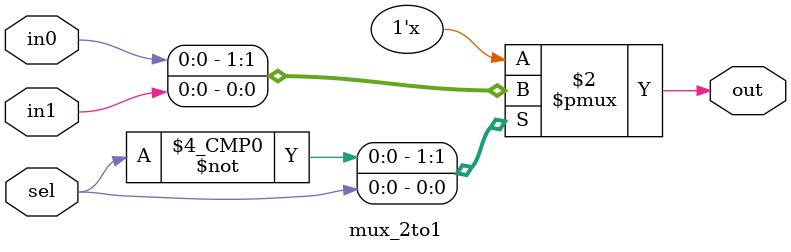
<source format=sv>
module mux_2to1 (input  logic sel,
    input  logic in0,input  logic in1,output logic out   
);
    always_comb begin
        case (sel)
            1'b0: out = in0; 
            1'b1: out = in1; 
            default: out = 1'b0; 
        endcase
    end
endmodule

</source>
